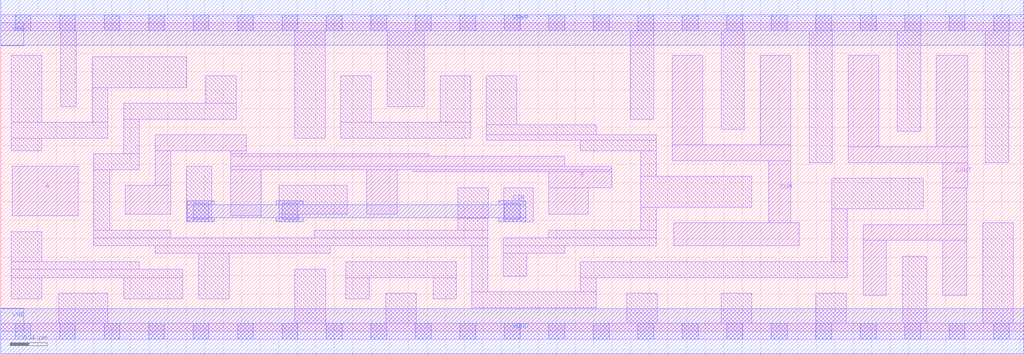
<source format=lef>
# Copyright 2020 The SkyWater PDK Authors
#
# Licensed under the Apache License, Version 2.0 (the "License");
# you may not use this file except in compliance with the License.
# You may obtain a copy of the License at
#
#     https://www.apache.org/licenses/LICENSE-2.0
#
# Unless required by applicable law or agreed to in writing, software
# distributed under the License is distributed on an "AS IS" BASIS,
# WITHOUT WARRANTIES OR CONDITIONS OF ANY KIND, either express or implied.
# See the License for the specific language governing permissions and
# limitations under the License.
#
# SPDX-License-Identifier: Apache-2.0

VERSION 5.5 ;
NAMESCASESENSITIVE ON ;
BUSBITCHARS "[]" ;
DIVIDERCHAR "/" ;
MACRO sky130_fd_sc_ms__fa_4
  CLASS CORE ;
  SOURCE USER ;
  ORIGIN  0.000000  0.000000 ;
  SIZE  11.04000 BY  3.330000 ;
  SYMMETRY X Y ;
  SITE unit ;
  PIN A
    ANTENNAGATEAREA  1.044000 ;
    DIRECTION INPUT ;
    USE SIGNAL ;
    PORT
      LAYER li1 ;
        RECT 0.125000 1.245000 0.835000 1.780000 ;
    END
  END A
  PIN B
    ANTENNAGATEAREA  1.044000 ;
    DIRECTION INPUT ;
    USE SIGNAL ;
    PORT
      LAYER li1 ;
        RECT 1.345000 1.260000 1.835000 1.575000 ;
        RECT 1.665000 1.575000 1.835000 1.950000 ;
        RECT 1.665000 1.950000 2.650000 2.120000 ;
        RECT 2.480000 1.245000 2.810000 1.745000 ;
        RECT 2.480000 1.745000 6.595000 1.780000 ;
        RECT 2.480000 1.780000 6.085000 1.890000 ;
        RECT 2.480000 1.890000 4.620000 1.915000 ;
        RECT 2.480000 1.915000 2.650000 1.950000 ;
        RECT 3.950000 1.260000 4.280000 1.745000 ;
        RECT 4.450000 1.720000 6.595000 1.745000 ;
        RECT 5.915000 1.260000 6.340000 1.550000 ;
        RECT 5.915000 1.550000 6.595000 1.720000 ;
    END
  END B
  PIN CIN
    ANTENNAPARTIALMETALSIDEAREA  2.604000 ;
    DIRECTION INPUT ;
    USE SIGNAL ;
    PORT
      LAYER met1 ;
        RECT 2.015000 1.180000 2.305000 1.225000 ;
        RECT 2.015000 1.225000 5.665000 1.365000 ;
        RECT 2.015000 1.365000 2.305000 1.410000 ;
        RECT 2.975000 1.180000 3.265000 1.225000 ;
        RECT 2.975000 1.365000 3.265000 1.410000 ;
        RECT 5.375000 1.180000 5.665000 1.225000 ;
        RECT 5.375000 1.365000 5.665000 1.410000 ;
    END
  END CIN
  PIN COUT
    ANTENNADIFFAREA  1.086400 ;
    DIRECTION OUTPUT ;
    USE SIGNAL ;
    PORT
      LAYER li1 ;
        RECT  9.145000 1.820000 10.435000 1.990000 ;
        RECT  9.145000 1.990000  9.475000 2.980000 ;
        RECT  9.305000 0.390000  9.555000 0.980000 ;
        RECT  9.305000 0.980000 10.425000 1.150000 ;
        RECT 10.095000 1.990000 10.435000 2.980000 ;
        RECT 10.165000 0.390000 10.425000 0.980000 ;
        RECT 10.165000 1.150000 10.425000 1.550000 ;
        RECT 10.165000 1.550000 10.435000 1.820000 ;
    END
  END COUT
  PIN SUM
    ANTENNADIFFAREA  1.086400 ;
    DIRECTION OUTPUT ;
    USE SIGNAL ;
    PORT
      LAYER li1 ;
        RECT 7.245000 1.840000 8.525000 2.010000 ;
        RECT 7.245000 2.010000 7.575000 2.980000 ;
        RECT 7.265000 0.920000 8.615000 1.170000 ;
        RECT 8.195000 2.010000 8.525000 2.980000 ;
        RECT 8.285000 1.170000 8.525000 1.840000 ;
    END
  END SUM
  PIN VGND
    DIRECTION INOUT ;
    USE GROUND ;
    PORT
      LAYER met1 ;
        RECT 0.000000 -0.245000 11.040000 0.245000 ;
    END
  END VGND
  PIN VNB
    DIRECTION INOUT ;
    USE GROUND ;
    PORT
      LAYER met1 ;
        RECT 0.000000 0.000000 0.250000 0.250000 ;
    END
  END VNB
  PIN VPB
    DIRECTION INOUT ;
    USE POWER ;
    PORT
      LAYER met1 ;
        RECT 0.000000 3.080000 0.250000 3.330000 ;
    END
  END VPB
  PIN VPWR
    DIRECTION INOUT ;
    USE POWER ;
    PORT
      LAYER met1 ;
        RECT 0.000000 3.085000 11.040000 3.575000 ;
    END
  END VPWR
  OBS
    LAYER li1 ;
      RECT  0.000000 -0.085000 11.040000 0.085000 ;
      RECT  0.000000  3.245000 11.040000 3.415000 ;
      RECT  0.115000  0.350000  0.445000 0.580000 ;
      RECT  0.115000  0.580000  1.965000 0.670000 ;
      RECT  0.115000  0.670000  1.495000 0.750000 ;
      RECT  0.115000  0.750000  0.445000 1.075000 ;
      RECT  0.115000  1.950000  0.445000 2.085000 ;
      RECT  0.115000  2.085000  1.155000 2.255000 ;
      RECT  0.115000  2.255000  0.445000 2.980000 ;
      RECT  0.625000  0.085000  1.155000 0.410000 ;
      RECT  0.645000  2.425000  0.815000 3.245000 ;
      RECT  0.985000  2.255000  1.155000 2.630000 ;
      RECT  0.985000  2.630000  2.005000 2.960000 ;
      RECT  1.005000  0.920000  5.255000 1.010000 ;
      RECT  1.005000  1.010000  1.835000 1.090000 ;
      RECT  1.005000  1.090000  1.175000 1.745000 ;
      RECT  1.005000  1.745000  1.495000 1.915000 ;
      RECT  1.325000  0.350000  1.965000 0.580000 ;
      RECT  1.325000  1.915000  1.495000 2.290000 ;
      RECT  1.325000  2.290000  2.540000 2.460000 ;
      RECT  1.665000  0.840000  3.555000 0.920000 ;
      RECT  2.005000  1.180000  2.275000 1.780000 ;
      RECT  2.135000  0.350000  2.465000 0.840000 ;
      RECT  2.210000  2.460000  2.540000 2.755000 ;
      RECT  3.005000  1.180000  3.215000 1.260000 ;
      RECT  3.005000  1.260000  3.740000 1.575000 ;
      RECT  3.170000  2.085000  3.500000 3.245000 ;
      RECT  3.175000  0.085000  3.505000 0.670000 ;
      RECT  3.385000  1.010000  5.255000 1.090000 ;
      RECT  3.670000  2.085000  5.070000 2.255000 ;
      RECT  3.670000  2.255000  4.000000 2.755000 ;
      RECT  3.725000  0.350000  3.975000 0.580000 ;
      RECT  3.725000  0.580000  4.915000 0.750000 ;
      RECT  4.155000  0.085000  4.485000 0.410000 ;
      RECT  4.170000  2.425000  4.570000 3.245000 ;
      RECT  4.665000  0.350000  4.915000 0.580000 ;
      RECT  4.740000  2.255000  5.070000 2.755000 ;
      RECT  4.930000  1.090000  5.255000 1.220000 ;
      RECT  4.930000  1.220000  5.260000 1.550000 ;
      RECT  5.085000  0.255000  6.425000 0.425000 ;
      RECT  5.085000  0.425000  5.255000 0.920000 ;
      RECT  5.240000  2.060000  7.075000 2.120000 ;
      RECT  5.240000  2.120000  6.425000 2.230000 ;
      RECT  5.240000  2.230000  5.570000 2.755000 ;
      RECT  5.425000  0.595000  5.675000 0.840000 ;
      RECT  5.425000  0.840000  6.085000 0.920000 ;
      RECT  5.425000  0.920000  7.075000 1.010000 ;
      RECT  5.430000  1.180000  5.745000 1.550000 ;
      RECT  5.915000  1.010000  7.075000 1.090000 ;
      RECT  6.255000  0.425000  6.425000 0.580000 ;
      RECT  6.255000  0.580000  9.135000 0.750000 ;
      RECT  6.255000  1.950000  7.075000 2.060000 ;
      RECT  6.755000  0.085000  7.085000 0.410000 ;
      RECT  6.795000  2.290000  7.045000 3.245000 ;
      RECT  6.905000  1.090000  7.075000 1.340000 ;
      RECT  6.905000  1.340000  8.105000 1.670000 ;
      RECT  6.905000  1.670000  7.075000 1.950000 ;
      RECT  7.775000  0.085000  8.105000 0.410000 ;
      RECT  7.775000  2.180000  8.025000 3.245000 ;
      RECT  8.725000  1.820000  8.975000 3.245000 ;
      RECT  8.795000  0.085000  9.125000 0.410000 ;
      RECT  8.965000  0.750000  9.135000 1.320000 ;
      RECT  8.965000  1.320000  9.955000 1.650000 ;
      RECT  9.675000  2.160000  9.925000 3.245000 ;
      RECT  9.735000  0.085000  9.985000 0.810000 ;
      RECT 10.595000  0.085000 10.925000 1.170000 ;
      RECT 10.625000  1.820000 10.875000 3.245000 ;
    LAYER mcon ;
      RECT  0.155000 -0.085000  0.325000 0.085000 ;
      RECT  0.155000  3.245000  0.325000 3.415000 ;
      RECT  0.635000 -0.085000  0.805000 0.085000 ;
      RECT  0.635000  3.245000  0.805000 3.415000 ;
      RECT  1.115000 -0.085000  1.285000 0.085000 ;
      RECT  1.115000  3.245000  1.285000 3.415000 ;
      RECT  1.595000 -0.085000  1.765000 0.085000 ;
      RECT  1.595000  3.245000  1.765000 3.415000 ;
      RECT  2.075000 -0.085000  2.245000 0.085000 ;
      RECT  2.075000  1.210000  2.245000 1.380000 ;
      RECT  2.075000  3.245000  2.245000 3.415000 ;
      RECT  2.555000 -0.085000  2.725000 0.085000 ;
      RECT  2.555000  3.245000  2.725000 3.415000 ;
      RECT  3.035000 -0.085000  3.205000 0.085000 ;
      RECT  3.035000  1.210000  3.205000 1.380000 ;
      RECT  3.035000  3.245000  3.205000 3.415000 ;
      RECT  3.515000 -0.085000  3.685000 0.085000 ;
      RECT  3.515000  3.245000  3.685000 3.415000 ;
      RECT  3.995000 -0.085000  4.165000 0.085000 ;
      RECT  3.995000  3.245000  4.165000 3.415000 ;
      RECT  4.475000 -0.085000  4.645000 0.085000 ;
      RECT  4.475000  3.245000  4.645000 3.415000 ;
      RECT  4.955000 -0.085000  5.125000 0.085000 ;
      RECT  4.955000  3.245000  5.125000 3.415000 ;
      RECT  5.435000 -0.085000  5.605000 0.085000 ;
      RECT  5.435000  1.210000  5.605000 1.380000 ;
      RECT  5.435000  3.245000  5.605000 3.415000 ;
      RECT  5.915000 -0.085000  6.085000 0.085000 ;
      RECT  5.915000  3.245000  6.085000 3.415000 ;
      RECT  6.395000 -0.085000  6.565000 0.085000 ;
      RECT  6.395000  3.245000  6.565000 3.415000 ;
      RECT  6.875000 -0.085000  7.045000 0.085000 ;
      RECT  6.875000  3.245000  7.045000 3.415000 ;
      RECT  7.355000 -0.085000  7.525000 0.085000 ;
      RECT  7.355000  3.245000  7.525000 3.415000 ;
      RECT  7.835000 -0.085000  8.005000 0.085000 ;
      RECT  7.835000  3.245000  8.005000 3.415000 ;
      RECT  8.315000 -0.085000  8.485000 0.085000 ;
      RECT  8.315000  3.245000  8.485000 3.415000 ;
      RECT  8.795000 -0.085000  8.965000 0.085000 ;
      RECT  8.795000  3.245000  8.965000 3.415000 ;
      RECT  9.275000 -0.085000  9.445000 0.085000 ;
      RECT  9.275000  3.245000  9.445000 3.415000 ;
      RECT  9.755000 -0.085000  9.925000 0.085000 ;
      RECT  9.755000  3.245000  9.925000 3.415000 ;
      RECT 10.235000 -0.085000 10.405000 0.085000 ;
      RECT 10.235000  3.245000 10.405000 3.415000 ;
      RECT 10.715000 -0.085000 10.885000 0.085000 ;
      RECT 10.715000  3.245000 10.885000 3.415000 ;
  END
END sky130_fd_sc_ms__fa_4
END LIBRARY

</source>
